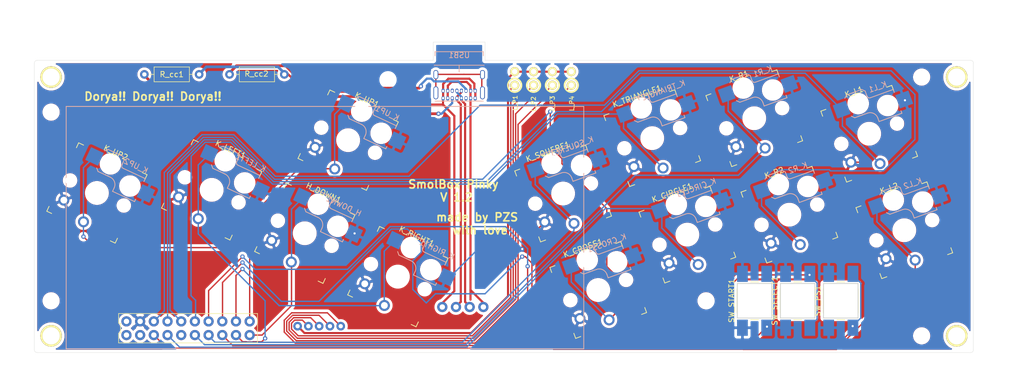
<source format=kicad_pcb>
(kicad_pcb (version 20171130) (host pcbnew "(5.1.9)-1")
  (layers (0 F.Cu signal) (31 B.Cu signal) (34 B.Paste user hide) (35 F.Paste user hide) (36 B.SilkS user) (37 F.SilkS user) (38 B.Mask user) (39 F.Mask user) (44 Edge.Cuts user))
  (net 0 "")
  (net 1 "Net-(BR1-Pad19)")
  (net 2 "Net-(BR1-Pad20)")
  (net 3 "Net-(BR1-Pad17)")
  (net 4 "Net-(BR1-Pad18)")
  (net 5 "Net-(BR1-Pad15)")
  (net 6 "Net-(BR1-Pad16)")
  (net 7 "Net-(BR1-Pad13)")
  (net 8 "Net-(BR1-Pad14)")
  (net 9 "Net-(BR1-Pad11)")
  (net 10 "Net-(BR1-Pad12)")
  (net 11 "Net-(BR1-Pad9)")
  (net 12 "Net-(BR1-Pad10)")
  (net 13 "Net-(BR1-Pad7)")
  (net 14 "Net-(BR1-Pad8)")
  (net 15 "Net-(BR1-Pad5)")
  (net 16 "Net-(BR1-Pad6)")
  (net 17 "Net-(BR1-Pad3)")
  (net 18 "Net-(BR1-Pad4)")
  (net 19 "Net-(BR1-Pad1)")
  (net 20 "Net-(BR1-Pad2)")
  (net 21 "Net-(BR1-Pad24)")
  (net 22 "Net-(BR1-Pad23)")
  (net 23 "Net-(BR1-Pad22)")
  (net 24 "Net-(BR1-Pad21)")
  (net 25 "Net-(BR1-Pad26)")
  (net 26 "Net-(BR1-Pad27)")
  (net 27 "Net-(BR1-Pad25)")
  (net 28 "Net-(R_cc1-Pad1)")
  (net 29 "Net-(R_cc2-Pad1)")
  (net 30 "Net-(USB1-PadA8)")
  (net 31 "Net-(USB1-PadB8)")
  (net 32 "Net-(USB1-PadS1)")
  (net 33 /USB_D-)
  (net 34 /USB_D+)
  (module arcade:SW_PUSH_6mm_hole (layer F.Cu) (at 172.75 146.25 90)
    (fp_text reference SW_PS1 (at 3.25 -2 90) (layer F.SilkS))
    (fp_text value SW_PUSH)
    (pad 1 smd rect (at 8.25 0 180) (size 2 3) (layers B.Cu B.Paste B.Mask) (net 3 "Net-(BR1-Pad17)"))
    (pad 2 smd rect (at 8.25 4.5 180) (size 2 3) (layers B.Cu B.Paste B.Mask) (net 16 "Net-(BR1-Pad6)"))
    (pad 1 smd rect (at -1.75 0 180) (size 2 3) (layers B.Cu B.Paste B.Mask) (net 3 "Net-(BR1-Pad17)"))
    (pad 2 smd rect (at -1.75 4.5 180) (size 2 3) (layers B.Cu B.Paste B.Mask) (net 16 "Net-(BR1-Pad6)"))
  )
  (module arcade:SW_PUSH_6mm_hole (layer F.Cu) (at 164.75 146.25 90)
    (fp_text reference SW_SELECT1 (at 3.25 -2 90) (layer F.SilkS))
    (fp_text value SW_PUSH)
    (pad 1 smd rect (at 8.25 0 180) (size 2 3) (layers B.Cu B.Paste B.Mask) (net 3 "Net-(BR1-Pad17)"))
    (pad 2 smd rect (at 8.25 4.5 180) (size 2 3) (layers B.Cu B.Paste B.Mask) (net 15 "Net-(BR1-Pad5)"))
    (pad 1 smd rect (at -1.75 0 180) (size 2 3) (layers B.Cu B.Paste B.Mask) (net 3 "Net-(BR1-Pad17)"))
    (pad 2 smd rect (at -1.75 4.5 180) (size 2 3) (layers B.Cu B.Paste B.Mask) (net 15 "Net-(BR1-Pad5)"))
  )
  (module arcade:SW_PUSH_6mm_hole (layer F.Cu) (at 156.75 146.25 90)
    (fp_text reference SW_START1 (at 3.25 -2 90) (layer F.SilkS))
    (fp_text value SW_PUSH)
    (pad 1 smd rect (at 8.25 0 180) (size 2 3) (layers B.Cu B.Paste B.Mask) (net 3 "Net-(BR1-Pad17)"))
    (pad 2 smd rect (at 8.25 4.5 180) (size 2 3) (layers B.Cu B.Paste B.Mask) (net 13 "Net-(BR1-Pad7)"))
    (pad 1 smd rect (at -1.75 0 180) (size 2 3) (layers B.Cu B.Paste B.Mask) (net 3 "Net-(BR1-Pad17)"))
    (pad 2 smd rect (at -1.75 4.5 180) (size 2 3) (layers B.Cu B.Paste B.Mask) (net 13 "Net-(BR1-Pad7)"))
  )
  (module MountingHole:MountingHole_2.2mm_M2 (layer F.Cu) (at 91 102)
    (fp_text reference REF** hide)
    (fp_text value MountingHole_2.2mm_M2 hide)
    (pad 1 np_thru_hole circle (at 0 0) (size 2.2 2.2) (drill 2.2) (layers *.Cu *.Mask))
  )
  (module arcade:4085 (layer B.Cu) (at 104.2 99.3)
    (fp_text reference USB1 (at 0 -1.85) (layer B.SilkS) (effects (justify mirror)))
    (fp_text value USB_C_Receptacle_USB2.0)
    (pad S1 thru_hole oval (at 4.325 1.74) (size 0.9 1.7) (drill oval 0.6 1.4) (layers *.Cu *.Mask) (net 32 "Net-(USB1-PadS1)"))
    (pad S1 thru_hole oval (at -4.325 1.74) (size 0.9 1.7) (drill oval 0.6 1.4) (layers *.Cu *.Mask) (net 32 "Net-(USB1-PadS1)"))
    (pad S1 thru_hole oval (at 4.325 5.12) (size 0.9 2.4) (drill oval 0.6 2.1) (layers *.Cu *.Mask) (net 32 "Net-(USB1-PadS1)"))
    (pad S1 thru_hole oval (at -4.325 5.12) (size 0.9 2.4) (drill oval 0.6 2.1) (layers *.Cu *.Mask) (net 32 "Net-(USB1-PadS1)"))
    (pad B1 thru_hole oval (at 2.975 4.775) (size 0.575 0.8) (drill 0.4 (offset 0 -0.05)) (layers *.Cu *.Mask) (net 26 "Net-(BR1-Pad27)"))
    (pad B4 thru_hole oval (at 2.125 4.775) (size 0.575 0.8) (drill 0.4 (offset 0 -0.05)) (layers *.Cu *.Mask) (net 25 "Net-(BR1-Pad26)"))
    (pad B5 thru_hole oval (at 1.275 4.775) (size 0.575 0.8) (drill 0.4 (offset 0 -0.05)) (layers *.Cu *.Mask) (net 29 "Net-(R_cc2-Pad1)"))
    (pad B6 thru_hole oval (at 0.425 4.775) (size 0.575 0.8) (drill 0.4 (offset 0 -0.05)) (layers *.Cu *.Mask) (net 34 /USB_D+))
    (pad B7 thru_hole oval (at -0.425 4.775) (size 0.575 0.8) (drill 0.4 (offset 0 -0.05)) (layers *.Cu *.Mask) (net 33 /USB_D-))
    (pad B8 thru_hole oval (at -1.275 4.775) (size 0.575 0.8) (drill 0.4 (offset 0 -0.05)) (layers *.Cu *.Mask) (net 31 "Net-(USB1-PadB8)"))
    (pad B9 thru_hole oval (at -2.125 4.775) (size 0.575 0.8) (drill 0.4 (offset 0 -0.05)) (layers *.Cu *.Mask) (net 25 "Net-(BR1-Pad26)"))
    (pad B12 thru_hole oval (at -2.975 4.775) (size 0.575 0.8) (drill 0.4 (offset 0 -0.05)) (layers *.Cu *.Mask) (net 26 "Net-(BR1-Pad27)"))
    (pad A12 thru_hole oval (at 2.975 6.1) (size 0.575 0.8) (drill 0.4 (offset 0 0.05)) (layers *.Cu *.Mask) (net 26 "Net-(BR1-Pad27)"))
    (pad A9 thru_hole oval (at 2.125 6.1) (size 0.575 0.8) (drill 0.4 (offset 0 0.05)) (layers *.Cu *.Mask) (net 25 "Net-(BR1-Pad26)"))
    (pad A8 thru_hole oval (at 1.275 6.1) (size 0.575 0.8) (drill 0.4 (offset 0 0.05)) (layers *.Cu *.Mask) (net 30 "Net-(USB1-PadA8)"))
    (pad A7 thru_hole oval (at 0.425 6.1) (size 0.575 0.8) (drill 0.4 (offset 0 0.05)) (layers *.Cu *.Mask) (net 33 /USB_D-))
    (pad A6 thru_hole oval (at -0.425 6.1) (size 0.575 0.8) (drill 0.4 (offset 0 0.05)) (layers *.Cu *.Mask) (net 34 /USB_D+))
    (pad A4 thru_hole oval (at -2.125 6.1) (size 0.575 0.8) (drill 0.4 (offset 0 0.05)) (layers *.Cu *.Mask) (net 25 "Net-(BR1-Pad26)"))
    (pad A1 thru_hole oval (at -2.975 6.1) (size 0.575 0.8) (drill 0.4 (offset 0 0.05)) (layers *.Cu *.Mask) (net 26 "Net-(BR1-Pad27)"))
    (pad A5 thru_hole oval (at -1.275 6.1) (size 0.575 0.8) (drill 0.4 (offset 0 0.05)) (layers *.Cu *.Mask) (net 28 "Net-(R_cc1-Pad1)"))
  )
  (module arcade:Brooks (layer F.Cu) (at 31.3 151.9)
    (fp_text reference BR1 hide)
    (fp_text value DIP1)
    (pad 19 thru_hole circle (at 11.176 -5.08) (size 1.9 1.9) (drill 1) (layers *.Cu *.Mask) (net 1 "Net-(BR1-Pad19)"))
    (pad 20 thru_hole circle (at 11.176 -2.54) (size 1.9 1.9) (drill 1) (layers *.Cu *.Mask) (net 2 "Net-(BR1-Pad20)"))
    (pad 17 thru_hole circle (at 13.716 -5.08) (size 1.9 1.9) (drill 1) (layers *.Cu *.Mask) (net 3 "Net-(BR1-Pad17)"))
    (pad 18 thru_hole circle (at 13.716 -2.54) (size 1.9 1.9) (drill 1) (layers *.Cu *.Mask) (net 4 "Net-(BR1-Pad18)"))
    (pad 15 thru_hole circle (at 16.256 -5.08) (size 1.9 1.9) (drill 1) (layers *.Cu *.Mask) (net 5 "Net-(BR1-Pad15)"))
    (pad 16 thru_hole circle (at 16.256 -2.54) (size 1.9 1.9) (drill 1) (layers *.Cu *.Mask) (net 6 "Net-(BR1-Pad16)"))
    (pad 13 thru_hole circle (at 18.796 -5.08) (size 1.9 1.9) (drill 1) (layers *.Cu *.Mask) (net 7 "Net-(BR1-Pad13)"))
    (pad 14 thru_hole circle (at 18.796 -2.54) (size 1.9 1.9) (drill 1) (layers *.Cu *.Mask) (net 8 "Net-(BR1-Pad14)"))
    (pad 11 thru_hole circle (at 21.336 -5.08) (size 1.9 1.9) (drill 1) (layers *.Cu *.Mask) (net 9 "Net-(BR1-Pad11)"))
    (pad 12 thru_hole circle (at 21.336 -2.54) (size 1.9 1.9) (drill 1) (layers *.Cu *.Mask) (net 10 "Net-(BR1-Pad12)"))
    (pad 9 thru_hole circle (at 23.876 -5.08) (size 1.9 1.9) (drill 1) (layers *.Cu *.Mask) (net 11 "Net-(BR1-Pad9)"))
    (pad 10 thru_hole circle (at 23.876 -2.54) (size 1.9 1.9) (drill 1) (layers *.Cu *.Mask) (net 12 "Net-(BR1-Pad10)"))
    (pad 7 thru_hole circle (at 26.416 -5.08) (size 1.9 1.9) (drill 1) (layers *.Cu *.Mask) (net 13 "Net-(BR1-Pad7)"))
    (pad 8 thru_hole circle (at 26.416 -2.54) (size 1.9 1.9) (drill 1) (layers *.Cu *.Mask) (net 14 "Net-(BR1-Pad8)"))
    (pad 5 thru_hole circle (at 28.956 -5.08) (size 1.9 1.9) (drill 1) (layers *.Cu *.Mask) (net 15 "Net-(BR1-Pad5)"))
    (pad 6 thru_hole circle (at 28.956 -2.54) (size 1.9 1.9) (drill 1) (layers *.Cu *.Mask) (net 16 "Net-(BR1-Pad6)"))
    (pad 3 thru_hole circle (at 31.496 -5.08) (size 1.9 1.9) (drill 1) (layers *.Cu *.Mask) (net 17 "Net-(BR1-Pad3)"))
    (pad 4 thru_hole circle (at 31.496 -2.54) (size 1.9 1.9) (drill 1) (layers *.Cu *.Mask) (net 18 "Net-(BR1-Pad4)"))
    (pad 1 thru_hole circle (at 34.036 -5.08) (size 1.9 1.9) (drill 1) (layers *.Cu *.Mask) (net 19 "Net-(BR1-Pad1)"))
    (pad 2 thru_hole circle (at 34.036 -2.54) (size 1.9 1.9) (drill 1) (layers *.Cu *.Mask) (net 20 "Net-(BR1-Pad2)"))
    (pad 24 thru_hole circle (at 48.926 -4.191) (size 1.6 1.6) (drill 0.8) (layers *.Cu *.Mask) (net 21 "Net-(BR1-Pad24)"))
    (pad 23 thru_hole circle (at 46.926 -4.191) (size 1.6 1.6) (drill 0.8) (layers *.Cu *.Mask) (net 22 "Net-(BR1-Pad23)"))
    (pad 22 thru_hole circle (at 44.926 -4.191) (size 1.6 1.6) (drill 0.8) (layers *.Cu *.Mask) (net 23 "Net-(BR1-Pad22)"))
    (pad 21 thru_hole circle (at 42.926 -4.191) (size 1.6 1.6) (drill 0.8) (layers *.Cu *.Mask) (net 24 "Net-(BR1-Pad21)"))
    (pad 27 thru_hole circle (at 69.7698 -7.747) (size 1.9 1.9) (drill 1) (layers *.Cu *.Mask) (net 26 "Net-(BR1-Pad27)"))
    (pad 28 thru_hole circle (at 72.3098 -7.747) (size 1.9 1.9) (drill 1) (layers *.Cu *.Mask) (net 34 /USB_D+))
    (pad 29 thru_hole circle (at 74.8498 -7.747) (size 1.9 1.9) (drill 1) (layers *.Cu *.Mask) (net 33 /USB_D-))
    (pad 26 thru_hole circle (at 77.3898 -7.747) (size 1.9 1.9) (drill 1) (layers *.Cu *.Mask) (net 25 "Net-(BR1-Pad26)"))
    (pad 25 thru_hole circle (at 50.926 -4.191) (size 1.6 1.6) (drill 0.8) (layers *.Cu *.Mask) (net 27 "Net-(BR1-Pad25)"))
  )
  (module MountingHole:MountingHole_2.2mm_M2 (layer F.Cu) (at 150 143)
    (fp_text reference REF** hide)
    (fp_text value MountingHole_2.2mm_M2 hide)
    (pad 1 np_thru_hole circle (at 0 0) (size 2.2 2.2) (drill 2.2) (layers *.Cu *.Mask))
  )
  (module MountingHole:MountingHole_2.2mm_M2 (layer F.Cu) (at 190 101.5)
    (fp_text reference REF** hide)
    (fp_text value MountingHole_2.2mm_M2)
    (pad 1 np_thru_hole circle (at 0 0) (size 2.2 2.2) (drill 2.2) (layers *.Cu *.Mask))
  )
  (module MountingHole:MountingHole_2.2mm_M2 (layer F.Cu) (at 190 149.5)
    (fp_text reference REF** hide)
    (fp_text value MountingHole_2.2mm_M2)
    (pad "" np_thru_hole circle (at 0 0) (size 2.2 2.2) (drill 2.2) (layers *.Cu *.Mask))
  )
  (module MountingHole:MountingHole_2.2mm_M2 (layer F.Cu) (at 28.5 108)
    (fp_text reference REF** hide)
    (fp_text value MountingHole_2.2mm_M2)
    (pad 1 np_thru_hole circle (at 0 0) (size 2.2 2.2) (drill 2.2) (layers *.Cu *.Mask))
  )
  (module MountingHole:MountingHole_2.2mm_M2 (layer F.Cu) (at 28.5 143)
    (fp_text reference REF** hide)
    (fp_text value MountingHole_2.2mm_M2)
    (pad 1 np_thru_hole circle (at 0 0) (size 2.2 2.2) (drill 2.2) (layers *.Cu *.Mask))
  )
  (module keyboard_parts:HOLE_M3 (layer F.Cu) (at 196.5 149.5)
    (fp_text reference HOLE_M3 hide)
    (fp_text value H1 hide)
    (pad 1 thru_hole circle (at 0 0) (size 4 4) (drill 3.2) (layers *.Cu *.Mask F.SilkS))
  )
  (module keyboard_parts:HOLE_M3 (layer F.Cu) (at 196.5 101.5)
    (fp_text reference HOLE_M3 hide)
    (fp_text value H1 hide)
    (pad 1 thru_hole circle (at 0 0) (size 4 4) (drill 3.2) (layers *.Cu *.Mask F.SilkS))
  )
  (module keyboard_parts:HOLE_M3 (layer F.Cu) (at 28.5 101.5)
    (fp_text reference HOLE_M3 hide)
    (fp_text value H1 hide)
    (pad 1 thru_hole circle (at 0 0) (size 4 4) (drill 3.2) (layers *.Cu *.Mask F.SilkS))
  )
  (module keyboard_parts:HOLE_M3 (layer F.Cu) (at 28.5 149.5)
    (fp_text reference HOLE_M3 hide)
    (fp_text value H1 hide)
    (pad 1 thru_hole circle (at 0 0) (size 4 4) (drill 3.2) (layers *.Cu *.Mask F.SilkS))
  )
  (module keyswitches:Kailh_socket_PG1350_optional (layer F.Cu) (at 75.555766 130.469174 335)
    (fp_text reference H_DOWN1 (at 0 -8.255 155) (layer F.SilkS))
    (fp_text value KEYSW)
    (fp_text user %R (at 4.445 -7.62 155) (layer B.SilkS) (effects (justify mirror)))
    (pad "" np_thru_hole circle (at -5.5 0 335) (size 1.7018 1.7018) (drill 1.7018) (layers *.Cu *.Mask))
    (pad "" np_thru_hole circle (at 5.5 0 335) (size 1.7018 1.7018) (drill 1.7018) (layers *.Cu *.Mask))
    (pad 1 smd rect (at -3.275 -5.95 335) (size 2.6 2.6) (layers B.Cu B.Paste B.Mask) (net 20 "Net-(BR1-Pad2)"))
    (pad "" np_thru_hole circle (at 5 -3.75 335) (size 3 3) (drill 3) (layers *.Cu *.Mask))
    (pad "" np_thru_hole circle (at 0 0 335) (size 3.429 3.429) (drill 3.429) (layers *.Cu *.Mask))
    (pad 2 thru_hole circle (at -5 3.8 335) (size 2.032 2.032) (drill 1.27) (layers *.Cu *.Mask) (net 3 "Net-(BR1-Pad17)"))
    (pad 1 thru_hole circle (at 0 5.9 335) (size 2.032 2.032) (drill 1.27) (layers *.Cu *.Mask) (net 20 "Net-(BR1-Pad2)"))
    (pad "" np_thru_hole circle (at 0 -5.95 335) (size 3 3) (drill 3) (layers *.Cu *.Mask))
    (pad 2 smd rect (at 8.275 -3.75 335) (size 2.6 2.6) (layers B.Cu B.Paste B.Mask) (net 3 "Net-(BR1-Pad17)"))
  )
  (module keyswitches:Kailh_socket_PG1350_optional (layer F.Cu) (at 146.533064 130.725746 20)
    (fp_text reference K_CIRCLE1 (at 0 -8.255 20) (layer F.SilkS))
    (fp_text value KEYSW)
    (fp_text user %R (at 4.445 -7.62 20) (layer B.SilkS) (effects (justify mirror)))
    (pad "" np_thru_hole circle (at -5.5 0 20) (size 1.7018 1.7018) (drill 1.7018) (layers *.Cu *.Mask))
    (pad "" np_thru_hole circle (at 5.5 0 20) (size 1.7018 1.7018) (drill 1.7018) (layers *.Cu *.Mask))
    (pad 1 smd rect (at -3.275 -5.95 20) (size 2.6 2.6) (layers B.Cu B.Paste B.Mask) (net 8 "Net-(BR1-Pad14)"))
    (pad "" np_thru_hole circle (at 5 -3.75 20) (size 3 3) (drill 3) (layers *.Cu *.Mask))
    (pad "" np_thru_hole circle (at 0 0 20) (size 3.429 3.429) (drill 3.429) (layers *.Cu *.Mask))
    (pad 2 thru_hole circle (at -5 3.8 20) (size 2.032 2.032) (drill 1.27) (layers *.Cu *.Mask) (net 3 "Net-(BR1-Pad17)"))
    (pad 1 thru_hole circle (at 0 5.9 20) (size 2.032 2.032) (drill 1.27) (layers *.Cu *.Mask) (net 8 "Net-(BR1-Pad14)"))
    (pad "" np_thru_hole circle (at 0 -5.95 20) (size 3 3) (drill 3) (layers *.Cu *.Mask))
    (pad 2 smd rect (at 8.275 -3.75 20) (size 2.6 2.6) (layers B.Cu B.Paste B.Mask) (net 3 "Net-(BR1-Pad17)"))
  )
  (module keyswitches:Kailh_socket_PG1350_optional (layer F.Cu) (at 180.266131 112.009638 20)
    (fp_text reference K_L1 (at 0 -8.255 20) (layer F.SilkS))
    (fp_text value KEYSW)
    (fp_text user %R (at 4.445 -7.62 20) (layer B.SilkS) (effects (justify mirror)))
    (pad "" np_thru_hole circle (at -5.5 0 20) (size 1.7018 1.7018) (drill 1.7018) (layers *.Cu *.Mask))
    (pad "" np_thru_hole circle (at 5.5 0 20) (size 1.7018 1.7018) (drill 1.7018) (layers *.Cu *.Mask))
    (pad 1 smd rect (at -3.275 -5.95 20) (size 2.6 2.6) (layers B.Cu B.Paste B.Mask) (net 9 "Net-(BR1-Pad11)"))
    (pad "" np_thru_hole circle (at 5 -3.75 20) (size 3 3) (drill 3) (layers *.Cu *.Mask))
    (pad "" np_thru_hole circle (at 0 0 20) (size 3.429 3.429) (drill 3.429) (layers *.Cu *.Mask))
    (pad 2 thru_hole circle (at -5 3.8 20) (size 2.032 2.032) (drill 1.27) (layers *.Cu *.Mask) (net 3 "Net-(BR1-Pad17)"))
    (pad 1 thru_hole circle (at 0 5.9 20) (size 2.032 2.032) (drill 1.27) (layers *.Cu *.Mask) (net 9 "Net-(BR1-Pad11)"))
    (pad "" np_thru_hole circle (at 0 -5.95 20) (size 3 3) (drill 3) (layers *.Cu *.Mask))
    (pad 2 smd rect (at 8.275 -3.75 20) (size 2.6 2.6) (layers B.Cu B.Paste B.Mask) (net 3 "Net-(BR1-Pad17)"))
  )
  (module keyswitches:Kailh_socket_PG1350_optional (layer F.Cu) (at 186.781615 129.910782 20)
    (fp_text reference K_L2 (at 0 -8.255 20) (layer F.SilkS))
    (fp_text value KEYSW)
    (fp_text user %R (at 4.445 -7.62 20) (layer B.SilkS) (effects (justify mirror)))
    (pad "" np_thru_hole circle (at -5.5 0 20) (size 1.7018 1.7018) (drill 1.7018) (layers *.Cu *.Mask))
    (pad "" np_thru_hole circle (at 5.5 0 20) (size 1.7018 1.7018) (drill 1.7018) (layers *.Cu *.Mask))
    (pad 1 smd rect (at -3.275 -5.95 20) (size 2.6 2.6) (layers B.Cu B.Paste B.Mask) (net 6 "Net-(BR1-Pad16)"))
    (pad "" np_thru_hole circle (at 5 -3.75 20) (size 3 3) (drill 3) (layers *.Cu *.Mask))
    (pad "" np_thru_hole circle (at 0 0 20) (size 3.429 3.429) (drill 3.429) (layers *.Cu *.Mask))
    (pad 2 thru_hole circle (at -5 3.8 20) (size 2.032 2.032) (drill 1.27) (layers *.Cu *.Mask) (net 3 "Net-(BR1-Pad17)"))
    (pad 1 thru_hole circle (at 0 5.9 20) (size 2.032 2.032) (drill 1.27) (layers *.Cu *.Mask) (net 6 "Net-(BR1-Pad16)"))
    (pad "" np_thru_hole circle (at 0 -5.95 20) (size 3 3) (drill 3) (layers *.Cu *.Mask))
    (pad 2 smd rect (at 8.275 -3.75 20) (size 2.6 2.6) (layers B.Cu B.Paste B.Mask) (net 3 "Net-(BR1-Pad17)"))
  )
  (module keyswitches:Kailh_socket_PG1350_optional (layer F.Cu) (at 58.290602 122.418296 335)
    (fp_text reference K_LEFT1 (at 0 -8.255 155) (layer F.SilkS))
    (fp_text value KEYSW)
    (fp_text user %R (at 4.445 -7.62 155) (layer B.SilkS) (effects (justify mirror)))
    (pad "" np_thru_hole circle (at -5.5 0 335) (size 1.7018 1.7018) (drill 1.7018) (layers *.Cu *.Mask))
    (pad "" np_thru_hole circle (at 5.5 0 335) (size 1.7018 1.7018) (drill 1.7018) (layers *.Cu *.Mask))
    (pad 1 smd rect (at -3.275 -5.95 335) (size 2.6 2.6) (layers B.Cu B.Paste B.Mask) (net 18 "Net-(BR1-Pad4)"))
    (pad "" np_thru_hole circle (at 5 -3.75 335) (size 3 3) (drill 3) (layers *.Cu *.Mask))
    (pad "" np_thru_hole circle (at 0 0 335) (size 3.429 3.429) (drill 3.429) (layers *.Cu *.Mask))
    (pad 2 thru_hole circle (at -5 3.8 335) (size 2.032 2.032) (drill 1.27) (layers *.Cu *.Mask) (net 3 "Net-(BR1-Pad17)"))
    (pad 1 thru_hole circle (at 0 5.9 335) (size 2.032 2.032) (drill 1.27) (layers *.Cu *.Mask) (net 18 "Net-(BR1-Pad4)"))
    (pad "" np_thru_hole circle (at 0 -5.95 335) (size 3 3) (drill 3) (layers *.Cu *.Mask))
    (pad 2 smd rect (at 8.275 -3.75 335) (size 2.6 2.6) (layers B.Cu B.Paste B.Mask) (net 3 "Net-(BR1-Pad17)"))
  )
  (module keyswitches:Kailh_socket_PG1350_optional (layer F.Cu) (at 158.944785 109.128195 20)
    (fp_text reference K_R1 (at 0 -8.255 20) (layer F.SilkS))
    (fp_text value KEYSW)
    (fp_text user %R (at 4.445 -7.62 20) (layer B.SilkS) (effects (justify mirror)))
    (pad "" np_thru_hole circle (at -5.5 0 20) (size 1.7018 1.7018) (drill 1.7018) (layers *.Cu *.Mask))
    (pad "" np_thru_hole circle (at 5.5 0 20) (size 1.7018 1.7018) (drill 1.7018) (layers *.Cu *.Mask))
    (pad 1 smd rect (at -3.275 -5.95 20) (size 2.6 2.6) (layers B.Cu B.Paste B.Mask) (net 12 "Net-(BR1-Pad10)"))
    (pad "" np_thru_hole circle (at 5 -3.75 20) (size 3 3) (drill 3) (layers *.Cu *.Mask))
    (pad "" np_thru_hole circle (at 0 0 20) (size 3.429 3.429) (drill 3.429) (layers *.Cu *.Mask))
    (pad 2 thru_hole circle (at -5 3.8 20) (size 2.032 2.032) (drill 1.27) (layers *.Cu *.Mask) (net 3 "Net-(BR1-Pad17)"))
    (pad 1 thru_hole circle (at 0 5.9 20) (size 2.032 2.032) (drill 1.27) (layers *.Cu *.Mask) (net 12 "Net-(BR1-Pad10)"))
    (pad "" np_thru_hole circle (at 0 -5.95 20) (size 3 3) (drill 3) (layers *.Cu *.Mask))
    (pad 2 smd rect (at 8.275 -3.75 20) (size 2.6 2.6) (layers B.Cu B.Paste B.Mask) (net 3 "Net-(BR1-Pad17)"))
  )
  (module keyswitches:Kailh_socket_PG1350_optional (layer F.Cu) (at 165.460269 127.02934 20)
    (fp_text reference K_R2 (at 0 -8.255 20) (layer F.SilkS))
    (fp_text value KEYSW)
    (fp_text user %R (at 4.445 -7.62 20) (layer B.SilkS) (effects (justify mirror)))
    (pad "" np_thru_hole circle (at -5.5 0 20) (size 1.7018 1.7018) (drill 1.7018) (layers *.Cu *.Mask))
    (pad "" np_thru_hole circle (at 5.5 0 20) (size 1.7018 1.7018) (drill 1.7018) (layers *.Cu *.Mask))
    (pad 1 smd rect (at -3.275 -5.95 20) (size 2.6 2.6) (layers B.Cu B.Paste B.Mask) (net 5 "Net-(BR1-Pad15)"))
    (pad "" np_thru_hole circle (at 5 -3.75 20) (size 3 3) (drill 3) (layers *.Cu *.Mask))
    (pad "" np_thru_hole circle (at 0 0 20) (size 3.429 3.429) (drill 3.429) (layers *.Cu *.Mask))
    (pad 2 thru_hole circle (at -5 3.8 20) (size 2.032 2.032) (drill 1.27) (layers *.Cu *.Mask) (net 3 "Net-(BR1-Pad17)"))
    (pad 1 thru_hole circle (at 0 5.9 20) (size 2.032 2.032) (drill 1.27) (layers *.Cu *.Mask) (net 5 "Net-(BR1-Pad15)"))
    (pad "" np_thru_hole circle (at 0 -5.95 20) (size 3 3) (drill 3) (layers *.Cu *.Mask))
    (pad 2 smd rect (at 8.275 -3.75 20) (size 2.6 2.6) (layers B.Cu B.Paste B.Mask) (net 3 "Net-(BR1-Pad17)"))
  )
  (module keyswitches:Kailh_socket_PG1350_optional (layer F.Cu) (at 92.820929 138.520052 335)
    (fp_text reference K_RIGHT1 (at 0 -8.255 155) (layer F.SilkS))
    (fp_text value KEYSW)
    (fp_text user %R (at 4.445 -7.62 155) (layer B.SilkS) (effects (justify mirror)))
    (pad "" np_thru_hole circle (at -5.5 0 335) (size 1.7018 1.7018) (drill 1.7018) (layers *.Cu *.Mask))
    (pad "" np_thru_hole circle (at 5.5 0 335) (size 1.7018 1.7018) (drill 1.7018) (layers *.Cu *.Mask))
    (pad 1 smd rect (at -3.275 -5.95 335) (size 2.6 2.6) (layers B.Cu B.Paste B.Mask) (net 17 "Net-(BR1-Pad3)"))
    (pad "" np_thru_hole circle (at 5 -3.75 335) (size 3 3) (drill 3) (layers *.Cu *.Mask))
    (pad "" np_thru_hole circle (at 0 0 335) (size 3.429 3.429) (drill 3.429) (layers *.Cu *.Mask))
    (pad 2 thru_hole circle (at -5 3.8 335) (size 2.032 2.032) (drill 1.27) (layers *.Cu *.Mask) (net 3 "Net-(BR1-Pad17)"))
    (pad 1 thru_hole circle (at 0 5.9 335) (size 2.032 2.032) (drill 1.27) (layers *.Cu *.Mask) (net 17 "Net-(BR1-Pad3)"))
    (pad "" np_thru_hole circle (at 0 -5.95 335) (size 3 3) (drill 3) (layers *.Cu *.Mask))
    (pad 2 smd rect (at 8.275 -3.75 335) (size 2.6 2.6) (layers B.Cu B.Paste B.Mask) (net 3 "Net-(BR1-Pad17)"))
  )
  (module keyswitches:Kailh_socket_PG1350_optional (layer F.Cu) (at 123.484516 123.098856 20)
    (fp_text reference K_SQUERE1 (at 0 -8.255 20) (layer F.SilkS))
    (fp_text value KEYSW)
    (fp_text user %R (at 4.445 -7.62 20) (layer B.SilkS) (effects (justify mirror)))
    (pad "" np_thru_hole circle (at -5.5 0 20) (size 1.7018 1.7018) (drill 1.7018) (layers *.Cu *.Mask))
    (pad "" np_thru_hole circle (at 5.5 0 20) (size 1.7018 1.7018) (drill 1.7018) (layers *.Cu *.Mask))
    (pad 1 smd rect (at -3.275 -5.95 20) (size 2.6 2.6) (layers B.Cu B.Paste B.Mask) (net 14 "Net-(BR1-Pad8)"))
    (pad "" np_thru_hole circle (at 5 -3.75 20) (size 3 3) (drill 3) (layers *.Cu *.Mask))
    (pad "" np_thru_hole circle (at 0 0 20) (size 3.429 3.429) (drill 3.429) (layers *.Cu *.Mask))
    (pad 2 thru_hole circle (at -5 3.8 20) (size 2.032 2.032) (drill 1.27) (layers *.Cu *.Mask) (net 3 "Net-(BR1-Pad17)"))
    (pad 1 thru_hole circle (at 0 5.9 20) (size 2.032 2.032) (drill 1.27) (layers *.Cu *.Mask) (net 14 "Net-(BR1-Pad8)"))
    (pad "" np_thru_hole circle (at 0 -5.95 20) (size 3 3) (drill 3) (layers *.Cu *.Mask))
    (pad 2 smd rect (at 8.275 -3.75 20) (size 2.6 2.6) (layers B.Cu B.Paste B.Mask) (net 3 "Net-(BR1-Pad17)"))
  )
  (module keyswitches:Kailh_socket_PG1350_optional (layer F.Cu) (at 140.01758 112.824601 20)
    (fp_text reference K_TRIANGLE1 (at 0 -8.255 20) (layer F.SilkS))
    (fp_text value KEYSW)
    (fp_text user %R (at 4.445 -7.62 20) (layer B.SilkS) (effects (justify mirror)))
    (pad "" np_thru_hole circle (at -5.5 0 20) (size 1.7018 1.7018) (drill 1.7018) (layers *.Cu *.Mask))
    (pad "" np_thru_hole circle (at 5.5 0 20) (size 1.7018 1.7018) (drill 1.7018) (layers *.Cu *.Mask))
    (pad 1 smd rect (at -3.275 -5.95 20) (size 2.6 2.6) (layers B.Cu B.Paste B.Mask) (net 11 "Net-(BR1-Pad9)"))
    (pad "" np_thru_hole circle (at 5 -3.75 20) (size 3 3) (drill 3) (layers *.Cu *.Mask))
    (pad "" np_thru_hole circle (at 0 0 20) (size 3.429 3.429) (drill 3.429) (layers *.Cu *.Mask))
    (pad 2 thru_hole circle (at -5 3.8 20) (size 2.032 2.032) (drill 1.27) (layers *.Cu *.Mask) (net 3 "Net-(BR1-Pad17)"))
    (pad 1 thru_hole circle (at 0 5.9 20) (size 2.032 2.032) (drill 1.27) (layers *.Cu *.Mask) (net 11 "Net-(BR1-Pad9)"))
    (pad "" np_thru_hole circle (at 0 -5.95 20) (size 3 3) (drill 3) (layers *.Cu *.Mask))
    (pad 2 smd rect (at 8.275 -3.75 20) (size 2.6 2.6) (layers B.Cu B.Paste B.Mask) (net 3 "Net-(BR1-Pad17)"))
  )
  (module keyswitches:Kailh_socket_PG1350_optional (layer F.Cu) (at 83.606644 113.204011 335)
    (fp_text reference K_UP1 (at 0 -8.255 155) (layer F.SilkS))
    (fp_text value KEYSW)
    (fp_text user %R (at 4.445 -7.62 155) (layer B.SilkS) (effects (justify mirror)))
    (pad "" np_thru_hole circle (at -5.5 0 335) (size 1.7018 1.7018) (drill 1.7018) (layers *.Cu *.Mask))
    (pad "" np_thru_hole circle (at 5.5 0 335) (size 1.7018 1.7018) (drill 1.7018) (layers *.Cu *.Mask))
    (pad 1 smd rect (at -3.275 -5.95 335) (size 2.6 2.6) (layers B.Cu B.Paste B.Mask) (net 19 "Net-(BR1-Pad1)"))
    (pad "" np_thru_hole circle (at 5 -3.75 335) (size 3 3) (drill 3) (layers *.Cu *.Mask))
    (pad "" np_thru_hole circle (at 0 0 335) (size 3.429 3.429) (drill 3.429) (layers *.Cu *.Mask))
    (pad 2 thru_hole circle (at -5 3.8 335) (size 2.032 2.032) (drill 1.27) (layers *.Cu *.Mask) (net 3 "Net-(BR1-Pad17)"))
    (pad 1 thru_hole circle (at 0 5.9 335) (size 2.032 2.032) (drill 1.27) (layers *.Cu *.Mask) (net 19 "Net-(BR1-Pad1)"))
    (pad "" np_thru_hole circle (at 0 -5.95 335) (size 3 3) (drill 3) (layers *.Cu *.Mask))
    (pad 2 smd rect (at 8.275 -3.75 335) (size 2.6 2.6) (layers B.Cu B.Paste B.Mask) (net 3 "Net-(BR1-Pad17)"))
  )
  (module keyboard_parts:LED_TH (layer F.Cu) (at 114.5 101.75 90)
    (fp_text reference L_P1 (at -4.55 0.1 90) (layer F.SilkS) (effects (font (size 0.8 0.8))))
    (fp_text value LED hide)
    (pad 2 thru_hole circle (at 1.27 0 90) (size 1.7 1.7) (drill 1) (layers *.Cu *.Mask F.SilkS) (net 24 "Net-(BR1-Pad21)"))
    (pad 1 thru_hole circle (at -1.27 0 90) (size 1.7 1.7) (drill 1) (layers *.Cu *.Mask F.SilkS) (net 23 "Net-(BR1-Pad22)"))
  )
  (module keyboard_parts:LED_TH (layer F.Cu) (at 118 101.75 90)
    (fp_text reference L_P2 (at -4.75 0 90) (layer F.SilkS) (effects (font (size 0.8 0.8))))
    (fp_text value LED hide)
    (pad 2 thru_hole circle (at 1.27 0 90) (size 1.7 1.7) (drill 1) (layers *.Cu *.Mask F.SilkS) (net 24 "Net-(BR1-Pad21)"))
    (pad 1 thru_hole circle (at -1.27 0 90) (size 1.7 1.7) (drill 1) (layers *.Cu *.Mask F.SilkS) (net 22 "Net-(BR1-Pad23)"))
  )
  (module keyboard_parts:LED_TH (layer F.Cu) (at 121.5 101.75 90)
    (fp_text reference L_P3 (at -4.65 0 90) (layer F.SilkS) (effects (font (size 0.8 0.8))))
    (fp_text value LED hide)
    (pad 2 thru_hole circle (at 1.27 0 90) (size 1.7 1.7) (drill 1) (layers *.Cu *.Mask F.SilkS) (net 24 "Net-(BR1-Pad21)"))
    (pad 1 thru_hole circle (at -1.27 0 90) (size 1.7 1.7) (drill 1) (layers *.Cu *.Mask F.SilkS) (net 21 "Net-(BR1-Pad24)"))
  )
  (module keyboard_parts:LED_TH (layer F.Cu) (at 125 101.75 90)
    (fp_text reference L_P4 (at -4.65 0.1 90) (layer F.SilkS) (effects (font (size 0.8 0.8))))
    (fp_text value LED hide)
    (pad 2 thru_hole circle (at 1.27 0 90) (size 1.7 1.7) (drill 1) (layers *.Cu *.Mask F.SilkS) (net 24 "Net-(BR1-Pad21)"))
    (pad 1 thru_hole circle (at -1.27 0 90) (size 1.7 1.7) (drill 1) (layers *.Cu *.Mask F.SilkS) (net 27 "Net-(BR1-Pad25)"))
  )
  (module keyswitches:Kailh_socket_PG1350_optional (layer F.Cu) (at 37 123 335)
    (fp_text reference K_UP2 (at 0 -8.255 155) (layer F.SilkS))
    (fp_text value KEYSW)
    (fp_text user %R (at 4.445 -7.62 155) (layer B.SilkS) (effects (justify mirror)))
    (pad "" np_thru_hole circle (at -5.5 0 335) (size 1.7018 1.7018) (drill 1.7018) (layers *.Cu *.Mask))
    (pad "" np_thru_hole circle (at 5.5 0 335) (size 1.7018 1.7018) (drill 1.7018) (layers *.Cu *.Mask))
    (pad 1 smd rect (at -3.275 -5.95 335) (size 2.6 2.6) (layers B.Cu B.Paste B.Mask) (net 19 "Net-(BR1-Pad1)"))
    (pad "" np_thru_hole circle (at 5 -3.75 335) (size 3 3) (drill 3) (layers *.Cu *.Mask))
    (pad "" np_thru_hole circle (at 0 0 335) (size 3.429 3.429) (drill 3.429) (layers *.Cu *.Mask))
    (pad 2 thru_hole circle (at -5 3.8 335) (size 2.032 2.032) (drill 1.27) (layers *.Cu *.Mask) (net 3 "Net-(BR1-Pad17)"))
    (pad 1 thru_hole circle (at 0 5.9 335) (size 2.032 2.032) (drill 1.27) (layers *.Cu *.Mask) (net 19 "Net-(BR1-Pad1)"))
    (pad "" np_thru_hole circle (at 0 -5.95 335) (size 3 3) (drill 3) (layers *.Cu *.Mask))
    (pad 2 smd rect (at 8.275 -3.75 335) (size 2.6 2.6) (layers B.Cu B.Paste B.Mask) (net 3 "Net-(BR1-Pad17)"))
  )
  (module keyswitches:Kailh_socket_PG1350_optional (layer F.Cu) (at 130 141 20)
    (fp_text reference K_CROSS1 (at 0 -8.255 20) (layer F.SilkS))
    (fp_text value KEYSW)
    (fp_text user %R (at 4.445 -7.62 20) (layer B.SilkS) (effects (justify mirror)))
    (pad "" np_thru_hole circle (at -5.5 0 20) (size 1.7018 1.7018) (drill 1.7018) (layers *.Cu *.Mask))
    (pad "" np_thru_hole circle (at 5.5 0 20) (size 1.7018 1.7018) (drill 1.7018) (layers *.Cu *.Mask))
    (pad 1 smd rect (at -3.275 -5.95 20) (size 2.6 2.6) (layers B.Cu B.Paste B.Mask) (net 7 "Net-(BR1-Pad13)"))
    (pad "" np_thru_hole circle (at 5 -3.75 20) (size 3 3) (drill 3) (layers *.Cu *.Mask))
    (pad "" np_thru_hole circle (at 0 0 20) (size 3.429 3.429) (drill 3.429) (layers *.Cu *.Mask))
    (pad 2 thru_hole circle (at -5 3.8 20) (size 2.032 2.032) (drill 1.27) (layers *.Cu *.Mask) (net 3 "Net-(BR1-Pad17)"))
    (pad 1 thru_hole circle (at 0 5.9 20) (size 2.032 2.032) (drill 1.27) (layers *.Cu *.Mask) (net 7 "Net-(BR1-Pad13)"))
    (pad "" np_thru_hole circle (at 0 -5.95 20) (size 3 3) (drill 3) (layers *.Cu *.Mask))
    (pad 2 smd rect (at 8.275 -3.75 20) (size 2.6 2.6) (layers B.Cu B.Paste B.Mask) (net 3 "Net-(BR1-Pad17)"))
  )
  (module Resistor_THT:R_Axial_DIN0207_L6.3mm_D2.5mm_P10.16mm_Horizontal (layer F.Cu) (at 45.8 101)
    (fp_text reference R_cc1 (at 5.08 0) (layer F.SilkS))
    (fp_text value R)
    (pad 1 thru_hole circle (at 0 0) (size 1.6 1.6) (drill 0.8) (layers *.Cu *.Mask) (net 28 "Net-(R_cc1-Pad1)"))
    (pad 2 thru_hole oval (at 10.16 0) (size 1.6 1.6) (drill 0.8) (layers *.Cu *.Mask) (net 26 "Net-(BR1-Pad27)"))
  )
  (module Resistor_THT:R_Axial_DIN0207_L6.3mm_D2.5mm_P10.16mm_Horizontal (layer F.Cu) (at 61.6 101)
    (fp_text reference R_cc2 (at 5 -0.1) (layer F.SilkS))
    (fp_text value R)
    (pad 2 thru_hole oval (at 10.16 0) (size 1.6 1.6) (drill 0.8) (layers *.Cu *.Mask) (net 26 "Net-(BR1-Pad27)"))
    (pad 1 thru_hole circle (at 0 0) (size 1.6 1.6) (drill 0.8) (layers *.Cu *.Mask) (net 29 "Net-(R_cc2-Pad1)"))
  )
  (gr_line (start 171.8 139.8) (end 171.8 146.2) (layer Edge.Cuts) (width 0.15))
  (gr_line (start 178.2 146.2) (end 178.2 139.8) (layer Edge.Cuts) (width 0.15))
  (gr_line (start 178.2 139.8) (end 171.8 139.8) (layer Edge.Cuts) (width 0.15))
  (gr_line (start 171.8 146.2) (end 178.2 146.2) (layer Edge.Cuts) (width 0.15))
  (gr_line (start 163.8 139.8) (end 163.8 146.2) (layer Edge.Cuts) (width 0.15))
  (gr_line (start 170.2 146.2) (end 170.2 139.8) (layer Edge.Cuts) (width 0.15))
  (gr_line (start 170.2 139.8) (end 163.8 139.8) (layer Edge.Cuts) (width 0.15))
  (gr_line (start 163.8 146.2) (end 170.2 146.2) (layer Edge.Cuts) (width 0.15))
  (gr_line (start 162.2 139.8) (end 155.8 139.8) (layer Edge.Cuts) (width 0.15))
  (gr_line (start 162.2 146.2) (end 162.2 139.8) (layer Edge.Cuts) (width 0.15))
  (gr_line (start 155.8 146.2) (end 162.2 146.2) (layer Edge.Cuts) (width 0.15))
  (gr_line (start 155.8 139.8) (end 155.8 146.2) (layer Edge.Cuts) (width 0.15))
  (gr_text "made by PZS \nwith love" (at 108.1 128.7) (layer F.SilkS) (effects (font (size 1.5 1.5) (thickness 0.3))))
  (gr_text "SmolBox Pinky \nV 1.2" (at 103.7 122.6) (layer F.SilkS) (effects (font (size 1.5 1.5) (thickness 0.3))))
  (gr_text "Dorya!! Dorya!! Dorya!!" (at 47.4 105.1) (layer F.SilkS) (effects (font (size 1.5 1.5) (thickness 0.3))))
  (gr_line (start 109 98.4) (end 199.1 98.4) (layer Edge.Cuts) (width 0.05))
  (gr_line (start 25.9 98.4) (end 99.4 98.4) (layer Edge.Cuts) (width 0.05))
  (gr_line (start 109 95) (end 109 98.4) (layer Edge.Cuts) (width 0.05))
  (gr_line (start 99.4 95) (end 109 95) (layer Edge.Cuts) (width 0.05))
  (gr_line (start 99.4 98.4) (end 99.4 95) (layer Edge.Cuts) (width 0.05))
  (gr_arc (start 199.1 152.1) (end 199.1 152.6) (angle -90) (layer Edge.Cuts) (width 0.05))
  (gr_arc (start 199.1 98.9) (end 199.6 98.9) (angle -90) (layer Edge.Cuts) (width 0.05))
  (gr_arc (start 25.9 98.9) (end 25.9 98.4) (angle -90) (layer Edge.Cuts) (width 0.05))
  (gr_arc (start 25.9 152.1) (end 25.4 152.1) (angle -90) (layer Edge.Cuts) (width 0.05))
  (gr_line (start 25.4 98.9) (end 25.4 152.1) (layer Edge.Cuts) (width 0.05))
  (gr_line (start 199.6 152.1) (end 199.6 98.9) (layer Edge.Cuts) (width 0.05))
  (gr_line (start 25.9 152.6) (end 199.1 152.6) (layer Edge.Cuts) (width 0.05))
  (via (at 84.8 130.5) (size 0.8) (drill 0.4) (layers F.Cu B.Cu) (net 3))
  (segment (start 120.085729 128.379789) (end 115.9 132.565518) (width 0.25) (layer F.Cu) (net 3))
  (via (at 115.9 133.4) (size 0.8) (drill 0.4) (layers F.Cu B.Cu) (net 3))
  (segment (start 115.9 132.565518) (end 115.9 133.4) (width 0.25) (layer F.Cu) (net 3))
  (segment (start 115.9 133.4) (end 107.7 133.4) (width 0.25) (layer B.Cu) (net 3))
  (segment (start 107.7 133.4) (end 103 138.1) (width 0.25) (layer B.Cu) (net 3))
  (via (at 186.9 105.8) (size 0.8) (drill 0.4) (layers F.Cu B.Cu) (net 3))
  (segment (start 186.9 110.953192) (end 186.9 105.8) (width 0.25) (layer F.Cu) (net 3))
  (segment (start 180.562621 117.290571) (end 186.9 110.953192) (width 0.25) (layer F.Cu) (net 3))
  (segment (start 176.867344 117.290571) (end 180.562621 117.290571) (width 0.25) (layer F.Cu) (net 3))
  (segment (start 186.9 105.8) (end 188 105.8) (width 0.25) (layer B.Cu) (net 3))
  (segment (start 167.478188 132.573526) (end 160.3 125.395338) (width 0.25) (layer B.Cu) (net 5))
  (segment (start 160.3 125.395338) (end 160.3 122.8) (width 0.25) (layer B.Cu) (net 5))
  (segment (start 160.3 121.862416) (end 160.3 122.4) (width 0.25) (layer B.Cu) (net 5))
  (segment (start 172.865249 118.684039) (end 163.478377 118.684039) (width 0.25) (layer B.Cu) (net 5))
  (segment (start 173.076035 118.894825) (end 172.865249 118.684039) (width 0.25) (layer B.Cu) (net 5))
  (segment (start 182.927731 118.894825) (end 173.076035 118.894825) (width 0.25) (layer B.Cu) (net 5))
  (segment (start 47.556 146.82) (end 49.5 144.876) (width 0.25) (layer B.Cu) (net 5))
  (segment (start 49.5 144.876) (end 49.5 119.2) (width 0.25) (layer B.Cu) (net 5))
  (segment (start 49.5 119.2) (end 56.5 112.2) (width 0.25) (layer B.Cu) (net 5))
  (segment (start 56.5 112.2) (end 62.4 112.2) (width 0.25) (layer B.Cu) (net 5))
  (segment (start 163.478377 118.684039) (end 160.3 121.862416) (width 0.25) (layer B.Cu) (net 5))
  (segment (start 137.530706 100.332884) (end 184.339658 100.332884) (width 0.25) (layer B.Cu) (net 5))
  (segment (start 62.4 112.2) (end 70.092228 119.892228) (width 0.25) (layer B.Cu) (net 5))
  (segment (start 188.750749 104.743975) (end 188.750749 113.071807) (width 0.25) (layer B.Cu) (net 5))
  (segment (start 108.1 106.7) (end 131.16359 106.7) (width 0.25) (layer B.Cu) (net 5))
  (segment (start 70.092228 119.892228) (end 94.907772 119.892228) (width 0.25) (layer B.Cu) (net 5))
  (segment (start 131.16359 106.7) (end 137.530706 100.332884) (width 0.25) (layer B.Cu) (net 5))
  (segment (start 188.750749 113.071807) (end 182.927731 118.894825) (width 0.25) (layer B.Cu) (net 5))
  (segment (start 94.907772 119.892228) (end 108.1 106.7) (width 0.25) (layer B.Cu) (net 5))
  (segment (start 184.339658 100.332884) (end 188.750749 104.743975) (width 0.25) (layer B.Cu) (net 5))
  (segment (start 188.799534 135.454968) (end 181.7 128.355434) (width 0.25) (layer B.Cu) (net 6))
  (segment (start 181.7 128.355434) (end 181.7 125.6) (width 0.25) (layer B.Cu) (net 6))
  (segment (start 188.8 137.4) (end 188.8 135.4) (width 0.25) (layer F.Cu) (net 6))
  (segment (start 174.174989 152.025011) (end 188.8 137.4) (width 0.25) (layer F.Cu) (net 6))
  (segment (start 156.927599 152.025012) (end 174.174989 152.025011) (width 0.25) (layer F.Cu) (net 6))
  (segment (start 156.902608 152.000021) (end 156.927599 152.025012) (width 0.25) (layer F.Cu) (net 6))
  (segment (start 121.7272 152.000021) (end 156.902608 152.000021) (width 0.25) (layer F.Cu) (net 6))
  (segment (start 121.527179 151.8) (end 121.7272 152.000021) (width 0.25) (layer F.Cu) (net 6))
  (segment (start 49.996 151.8) (end 121.527179 151.8) (width 0.25) (layer F.Cu) (net 6))
  (segment (start 47.556 149.36) (end 49.996 151.8) (width 0.25) (layer F.Cu) (net 6))
  (segment (start 132.017919 146.544186) (end 125 139.526267) (width 0.25) (layer B.Cu) (net 7))
  (segment (start 125 139.526267) (end 125 136.6) (width 0.25) (layer B.Cu) (net 7))
  (via (at 121.1 107.9) (size 0.8) (drill 0.4) (layers F.Cu B.Cu) (net 7))
  (segment (start 123.274497 117.579751) (end 123.274497 116.631684) (width 0.25) (layer F.Cu) (net 7))
  (segment (start 123.274497 116.631684) (end 121.1 114.457187) (width 0.25) (layer F.Cu) (net 7))
  (segment (start 131.590887 125.896141) (end 123.274497 117.579751) (width 0.25) (layer F.Cu) (net 7))
  (segment (start 131.590887 136.642053) (end 131.590887 125.896141) (width 0.25) (layer F.Cu) (net 7))
  (segment (start 121.1 114.457187) (end 121.1 107.9) (width 0.25) (layer F.Cu) (net 7))
  (segment (start 133.033918 145.528187) (end 133.033918 138.085084) (width 0.25) (layer F.Cu) (net 7))
  (segment (start 133.033918 138.085084) (end 131.590887 136.642053) (width 0.25) (layer F.Cu) (net 7))
  (segment (start 132.017919 146.544186) (end 133.033918 145.528187) (width 0.25) (layer F.Cu) (net 7))
  (segment (start 108.55001 120.44999) (end 69.94999 120.44999) (width 0.25) (layer B.Cu) (net 7))
  (segment (start 121.1 107.9) (end 108.55001 120.44999) (width 0.25) (layer B.Cu) (net 7))
  (segment (start 69.94999 120.44999) (end 64.1 114.6) (width 0.25) (layer B.Cu) (net 7))
  (segment (start 56.700803 112.689056) (end 50.1 119.289859) (width 0.25) (layer B.Cu) (net 7))
  (segment (start 62.189056 112.689056) (end 56.700803 112.689056) (width 0.25) (layer B.Cu) (net 7))
  (segment (start 64.1 114.6) (end 62.189056 112.689056) (width 0.25) (layer B.Cu) (net 7))
  (segment (start 50.1 119.289859) (end 50.1 146.9) (width 0.25) (layer B.Cu) (net 7))
  (segment (start 50.1 146.9) (end 50.1 146.6) (width 0.25) (layer B.Cu) (net 7))
  (segment (start 148.550983 136.269932) (end 141.8 129.518949) (width 0.25) (layer B.Cu) (net 8))
  (segment (start 141.8 129.518949) (end 141.8 126.6) (width 0.25) (layer B.Cu) (net 8))
  (segment (start 141.3 125.9) (end 141.4 125.8) (width 0.25) (layer B.Cu) (net 8))
  (segment (start 131.3 125.9) (end 141.3 125.9) (width 0.25) (layer B.Cu) (net 8))
  (segment (start 105.599981 151.600019) (end 131.3 125.9) (width 0.25) (layer B.Cu) (net 8))
  (segment (start 52.336019 151.600019) (end 105.599981 151.600019) (width 0.25) (layer B.Cu) (net 8))
  (segment (start 50.096 149.36) (end 52.336019 151.600019) (width 0.25) (layer B.Cu) (net 8))
  (segment (start 182.28405 117.553824) (end 175.3 110.569774) (width 0.25) (layer B.Cu) (net 9))
  (segment (start 175.3 110.569774) (end 175.3 107.6) (width 0.25) (layer B.Cu) (net 9))
  (segment (start 50.55001 144.75001) (end 52.5 146.7) (width 0.25) (layer B.Cu) (net 9))
  (segment (start 50.55001 119.476258) (end 50.55001 144.75001) (width 0.25) (layer B.Cu) (net 9))
  (segment (start 56.887203 113.139065) (end 50.55001 119.476258) (width 0.25) (layer B.Cu) (net 9))
  (segment (start 62.002655 113.139065) (end 56.887203 113.139065) (width 0.25) (layer B.Cu) (net 9))
  (segment (start 69.763589 120.899999) (end 62.002655 113.139065) (width 0.25) (layer B.Cu) (net 9))
  (segment (start 122.260054 107.903535) (end 109.26359 120.9) (width 0.25) (layer B.Cu) (net 9))
  (segment (start 109.26359 120.9) (end 69.763589 120.899999) (width 0.25) (layer B.Cu) (net 9))
  (segment (start 137.717106 100.782894) (end 130.596465 107.903535) (width 0.25) (layer B.Cu) (net 9))
  (segment (start 168.397929 100.782894) (end 137.717106 100.782894) (width 0.25) (layer B.Cu) (net 9))
  (segment (start 130.596465 107.903535) (end 122.260054 107.903535) (width 0.25) (layer B.Cu) (net 9))
  (segment (start 175.153618 107.538583) (end 168.397929 100.782894) (width 0.25) (layer B.Cu) (net 9))
  (segment (start 142.035499 118.368787) (end 134.7 111.033288) (width 0.25) (layer B.Cu) (net 11))
  (segment (start 134.7 111.033288) (end 134.7 108.6) (width 0.25) (layer B.Cu) (net 11))
  (segment (start 54.456153 127.121831) (end 54.456153 142.056153) (width 0.25) (layer B.Cu) (net 11))
  (segment (start 54.48181 127.096174) (end 54.456153 127.121831) (width 0.25) (layer B.Cu) (net 11))
  (segment (start 54.48181 116.180869) (end 54.48181 127.096174) (width 0.25) (layer B.Cu) (net 11))
  (segment (start 57.073603 113.589076) (end 54.48181 116.180869) (width 0.25) (layer B.Cu) (net 11))
  (segment (start 61.816256 113.589076) (end 57.073603 113.589076) (width 0.25) (layer B.Cu) (net 11))
  (segment (start 69.577188 121.350008) (end 61.816256 113.589076) (width 0.25) (layer B.Cu) (net 11))
  (segment (start 122.446454 108.353546) (end 109.44999 121.350011) (width 0.25) (layer B.Cu) (net 11))
  (segment (start 134.905067 108.353546) (end 122.446454 108.353546) (width 0.25) (layer B.Cu) (net 11))
  (segment (start 54.456153 142.056153) (end 55.3 142.9) (width 0.25) (layer B.Cu) (net 11))
  (segment (start 109.44999 121.350011) (end 69.577188 121.350008) (width 0.25) (layer B.Cu) (net 11))
  (segment (start 55.3 142.9) (end 55.3 146.7) (width 0.25) (layer B.Cu) (net 11))
  (segment (start 160.962704 114.672381) (end 154.1 107.809677) (width 0.25) (layer B.Cu) (net 12))
  (segment (start 154.1 107.809677) (end 154.1 104.9) (width 0.25) (layer B.Cu) (net 12))
  (segment (start 160.6 115.1) (end 160.7 115.1) (width 0.25) (layer B.Cu) (net 12))
  (segment (start 136.853802 119.709788) (end 155.990212 119.709788) (width 0.25) (layer B.Cu) (net 12))
  (segment (start 105.413582 151.150008) (end 136.853802 119.709788) (width 0.25) (layer B.Cu) (net 12))
  (segment (start 56.966008 151.150008) (end 105.413582 151.150008) (width 0.25) (layer B.Cu) (net 12))
  (segment (start 155.990212 119.709788) (end 160.6 115.1) (width 0.25) (layer B.Cu) (net 12))
  (segment (start 55.176 149.36) (end 56.966008 151.150008) (width 0.25) (layer B.Cu) (net 12))
  (via (at 64 134.8) (size 0.8) (drill 0.4) (layers F.Cu B.Cu) (net 13))
  (segment (start 64 134.826998) (end 64 134.8) (width 0.25) (layer F.Cu) (net 13))
  (segment (start 57.716 141.110998) (end 64 134.826998) (width 0.25) (layer F.Cu) (net 13))
  (segment (start 57.716 146.82) (end 57.716 141.110998) (width 0.25) (layer F.Cu) (net 13))
  (segment (start 116.9 133.334315) (end 116.9 136.6) (width 0.25) (layer B.Cu) (net 13))
  (segment (start 112.806507 129.240822) (end 116.9 133.334315) (width 0.25) (layer B.Cu) (net 13))
  (segment (start 91.41753 129.240822) (end 112.806507 129.240822) (width 0.25) (layer B.Cu) (net 13))
  (segment (start 83.500961 137.157391) (end 91.41753 129.240822) (width 0.25) (layer B.Cu) (net 13))
  (segment (start 66.357391 137.157391) (end 83.500961 137.157391) (width 0.25) (layer B.Cu) (net 13))
  (segment (start 64 134.8) (end 66.357391 137.157391) (width 0.25) (layer B.Cu) (net 13))
  (via (at 116.9 136.6) (size 0.8) (drill 0.4) (layers F.Cu B.Cu) (net 13))
  (segment (start 116.9 145.9) (end 122.1 151.1) (width 0.25) (layer F.Cu) (net 13))
  (segment (start 122.1 151.1) (end 155.400001 151.1) (width 0.25) (layer F.Cu) (net 13))
  (segment (start 116.9 136.6) (end 116.9 145.9) (width 0.25) (layer F.Cu) (net 13))
  (segment (start 161.25 147.75) (end 162.6 146.4) (width 0.25) (layer B.Cu) (net 13))
  (segment (start 162.6 146.4) (end 162.6 139.6) (width 0.25) (layer B.Cu) (net 13))
  (segment (start 162.6 139.6) (end 161.3 138.3) (width 0.25) (layer B.Cu) (net 13))
  (segment (start 158 151.1) (end 161.3 147.8) (width 0.25) (layer F.Cu) (net 13))
  (via (at 161.3 147.8) (size 0.8) (drill 0.4) (layers F.Cu B.Cu) (net 13))
  (segment (start 155.400001 151.1) (end 158 151.1) (width 0.25) (layer F.Cu) (net 13))
  (segment (start 125.502435 128.643042) (end 118.3 121.440607) (width 0.25) (layer B.Cu) (net 14))
  (segment (start 118.3 121.440607) (end 118.3 118.8) (width 0.25) (layer B.Cu) (net 14))
  (segment (start 125.5 129.96359) (end 125.5 128.9) (width 0.25) (layer B.Cu) (net 14))
  (segment (start 125.5 128.9) (end 125.3 128.7) (width 0.25) (layer B.Cu) (net 14))
  (segment (start 104.763592 150.699998) (end 125.5 129.96359) (width 0.25) (layer B.Cu) (net 14))
  (segment (start 58.899998 150.699998) (end 104.763592 150.699998) (width 0.25) (layer B.Cu) (net 14))
  (segment (start 125.3 128.7) (end 125.6 128.7) (width 0.25) (layer B.Cu) (net 14))
  (segment (start 57.6 149.4) (end 58.899998 150.699998) (width 0.25) (layer B.Cu) (net 14))
  (via (at 64 135.9) (size 0.8) (drill 0.4) (layers F.Cu B.Cu) (net 15))
  (segment (start 64 135.9) (end 60.3 139.6) (width 0.25) (layer F.Cu) (net 15))
  (segment (start 60.3 139.6) (end 60.3 146.8) (width 0.25) (layer F.Cu) (net 15))
  (via (at 115.899996 134.8) (size 0.8) (drill 0.4) (layers F.Cu B.Cu) (net 15))
  (segment (start 98.1 143.4) (end 99.8 141.7) (width 0.25) (layer B.Cu) (net 15))
  (segment (start 95.6 140.9) (end 98.1 143.4) (width 0.25) (layer B.Cu) (net 15))
  (segment (start 95.6 135.564031) (end 95.6 140.9) (width 0.25) (layer B.Cu) (net 15))
  (segment (start 97.160509 134.003522) (end 95.6 135.564031) (width 0.25) (layer B.Cu) (net 15))
  (segment (start 99.8 141.7) (end 108.999996 141.7) (width 0.25) (layer B.Cu) (net 15))
  (segment (start 97.160509 132.25152) (end 97.160509 134.003522) (width 0.25) (layer B.Cu) (net 15))
  (segment (start 108.999996 141.7) (end 115.899996 134.8) (width 0.25) (layer B.Cu) (net 15))
  (segment (start 94.599821 129.690832) (end 97.160509 132.25152) (width 0.25) (layer B.Cu) (net 15))
  (segment (start 91.60393 129.690832) (end 94.599821 129.690832) (width 0.25) (layer B.Cu) (net 15))
  (segment (start 78.194762 143.1) (end 91.60393 129.690832) (width 0.25) (layer B.Cu) (net 15))
  (segment (start 71.2 143.1) (end 78.194762 143.1) (width 0.25) (layer B.Cu) (net 15))
  (segment (start 64 135.9) (end 71.2 143.1) (width 0.25) (layer B.Cu) (net 15))
  (segment (start 169.25 147.75) (end 170.6 146.4) (width 0.25) (layer B.Cu) (net 15))
  (segment (start 170.6 139.705012) (end 169.3 138.405012) (width 0.25) (layer B.Cu) (net 15))
  (segment (start 170.6 146.4) (end 170.6 139.705012) (width 0.25) (layer B.Cu) (net 15))
  (via (at 169.2 138.2) (size 0.8) (drill 0.4) (layers F.Cu B.Cu) (net 15))
  (segment (start 156.5 138.2) (end 169.2 138.2) (width 0.25) (layer F.Cu) (net 15))
  (segment (start 122.23641 150.6) (end 145 150.6) (width 0.25) (layer F.Cu) (net 15))
  (segment (start 153.6 142) (end 153.6 141.1) (width 0.25) (layer F.Cu) (net 15))
  (segment (start 117.7 146.06359) (end 122.23641 150.6) (width 0.25) (layer F.Cu) (net 15))
  (segment (start 117.7 136.034319) (end 117.7 146.06359) (width 0.25) (layer F.Cu) (net 15))
  (segment (start 145 150.6) (end 153.6 142) (width 0.25) (layer F.Cu) (net 15))
  (segment (start 116.465681 134.8) (end 117.7 136.034319) (width 0.25) (layer F.Cu) (net 15))
  (segment (start 153.6 141.1) (end 156.5 138.2) (width 0.25) (layer F.Cu) (net 15))
  (segment (start 115.899996 134.8) (end 116.465681 134.8) (width 0.25) (layer F.Cu) (net 15))
  (segment (start 121.663589 151.299999) (end 121.9136 151.55001) (width 0.25) (layer F.Cu) (net 16))
  (segment (start 60.256 149.36) (end 62.195999 151.299999) (width 0.25) (layer F.Cu) (net 16))
  (segment (start 121.9136 151.55001) (end 155.586401 151.55001) (width 0.25) (layer F.Cu) (net 16))
  (segment (start 62.195999 151.299999) (end 121.663589 151.299999) (width 0.25) (layer F.Cu) (net 16))
  (segment (start 177.25 138.25) (end 178.8 139.8) (width 0.25) (layer B.Cu) (net 16))
  (segment (start 178.8 139.8) (end 178.7 139.9) (width 0.25) (layer B.Cu) (net 16))
  (segment (start 178.7 139.9) (end 178.7 146.2) (width 0.25) (layer B.Cu) (net 16))
  (segment (start 178.7 146.2) (end 177.8 147.1) (width 0.25) (layer B.Cu) (net 16))
  (via (at 177.2 147.7) (size 0.8) (drill 0.4) (layers F.Cu B.Cu) (net 16))
  (segment (start 177.2 148.36359) (end 177.2 147.7) (width 0.25) (layer F.Cu) (net 16))
  (segment (start 174.01358 151.55001) (end 177.2 148.36359) (width 0.25) (layer F.Cu) (net 16))
  (segment (start 155.586401 151.55001) (end 174.01358 151.55001) (width 0.25) (layer F.Cu) (net 16))
  (via (at 64 137.1) (size 0.8) (drill 0.4) (layers F.Cu B.Cu) (net 17))
  (segment (start 62.796 138.304) (end 64 137.1) (width 0.25) (layer F.Cu) (net 17))
  (segment (start 62.796 146.82) (end 62.796 138.304) (width 0.25) (layer F.Cu) (net 17))
  (segment (start 64 137.1) (end 70.8 143.9) (width 0.25) (layer B.Cu) (net 17))
  (segment (start 70.8 143.9) (end 90.3 143.9) (width 0.25) (layer B.Cu) (net 17))
  (segment (start 90.3 134.5) (end 90.3 133.8) (width 0.25) (layer B.Cu) (net 17))
  (segment (start 90.3 143.9) (end 90.3 134.5) (width 0.25) (layer B.Cu) (net 17))
  (segment (start 90.3 134.5) (end 90.3 133.9) (width 0.25) (layer B.Cu) (net 17))
  (segment (start 90.3 133.9) (end 90.3 133.8) (width 0.25) (layer B.Cu) (net 17))
  (segment (start 90.3 133.8) (end 92.4 131.7) (width 0.25) (layer B.Cu) (net 17))
  (via (at 68.2 149.97499) (size 0.8) (drill 0.4) (layers F.Cu B.Cu) (net 18))
  (segment (start 57.9 115.7) (end 55.8 117.8) (width 0.25) (layer B.Cu) (net 18))
  (segment (start 55.8 117.8) (end 55.8 130.6) (width 0.25) (layer B.Cu) (net 18))
  (segment (start 55.8 130.6) (end 68.2 143) (width 0.25) (layer B.Cu) (net 18))
  (segment (start 68.2 143) (end 68.2 149.97499) (width 0.25) (layer B.Cu) (net 18))
  (segment (start 67.57499 150.6) (end 68.2 149.97499) (width 0.25) (layer F.Cu) (net 18))
  (segment (start 65.983002 150.6) (end 67.57499 150.6) (width 0.25) (layer F.Cu) (net 18))
  (segment (start 65.948001 150.635001) (end 65.983002 150.6) (width 0.25) (layer F.Cu) (net 18))
  (segment (start 64.723999 150.635001) (end 65.948001 150.635001) (width 0.25) (layer F.Cu) (net 18))
  (segment (start 64.688998 150.6) (end 64.723999 150.635001) (width 0.25) (layer F.Cu) (net 18))
  (segment (start 64.036 150.6) (end 64.688998 150.6) (width 0.25) (layer F.Cu) (net 18))
  (segment (start 62.796 149.36) (end 64.036 150.6) (width 0.25) (layer F.Cu) (net 18))
  (segment (start 65.336 127.564) (end 74.4 118.5) (width 0.25) (layer F.Cu) (net 19))
  (segment (start 74.4 118.5) (end 81.1 118.5) (width 0.25) (layer F.Cu) (net 19))
  (segment (start 81.1 118.5) (end 81.1 108.4) (width 0.25) (layer B.Cu) (net 19))
  (segment (start 81.1 108.4) (end 83.1 106.4) (width 0.25) (layer B.Cu) (net 19))
  (segment (start 65.336 146.82) (end 65.336 133.136) (width 0.25) (layer F.Cu) (net 19))
  (segment (start 65.336 133.136) (end 65.336 127.564) (width 0.25) (layer F.Cu) (net 19))
  (segment (start 34.5 118.3) (end 36.5 116.3) (width 0.25) (layer B.Cu) (net 19))
  (segment (start 34.5 131.1) (end 34.5 131.1) (width 0.25) (layer B.Cu) (net 19))
  (segment (start 36.536 133.136) (end 34.5 131.1) (width 0.25) (layer F.Cu) (net 19))
  (segment (start 65.336 133.136) (end 36.536 133.136) (width 0.25) (layer F.Cu) (net 19))
  (segment (start 34.5 131.1) (end 34.5 118.3) (width 0.25) (layer B.Cu) (net 19))
  (via (at 34.5 131.1) (size 0.8) (drill 0.4) (layers F.Cu B.Cu) (net 19))
  (segment (start 65.336 149.36) (end 67.64 149.36) (width 0.25) (layer F.Cu) (net 20))
  (segment (start 67.64 149.36) (end 73.1 143.9) (width 0.25) (layer F.Cu) (net 20))
  (segment (start 73.1 143.9) (end 73.1 135.8) (width 0.25) (layer F.Cu) (net 20))
  (segment (start 73.1 135.8) (end 73.1 126) (width 0.25) (layer B.Cu) (net 20))
  (segment (start 73.1 126) (end 74.7 124.4) (width 0.25) (layer B.Cu) (net 20))
  (segment (start 114.675029 108.324971) (end 117.9 105.1) (width 0.25) (layer F.Cu) (net 21))
  (segment (start 73.313199 145.683977) (end 72.200977 146.796199) (width 0.25) (layer F.Cu) (net 21))
  (segment (start 72.200977 146.796199) (end 72.200977 148.6218) (width 0.25) (layer F.Cu) (net 21))
  (segment (start 73.979155 150.399978) (end 107.004125 150.399978) (width 0.25) (layer F.Cu) (net 21))
  (segment (start 107.004125 150.399978) (end 114.675028 142.729075) (width 0.25) (layer F.Cu) (net 21))
  (segment (start 119.4 105.1) (end 121.4 103.1) (width 0.25) (layer F.Cu) (net 21))
  (segment (start 78.200977 145.683977) (end 73.313199 145.683977) (width 0.25) (layer F.Cu) (net 21))
  (segment (start 80.226 147.709) (end 78.200977 145.683977) (width 0.25) (layer F.Cu) (net 21))
  (segment (start 117.9 105.1) (end 119.4 105.1) (width 0.25) (layer F.Cu) (net 21))
  (segment (start 114.675028 142.729075) (end 114.675029 108.324971) (width 0.25) (layer F.Cu) (net 21))
  (segment (start 72.200977 148.6218) (end 73.979155 150.399978) (width 0.25) (layer F.Cu) (net 21))
  (segment (start 74.165555 149.949967) (end 106.817726 149.949967) (width 0.25) (layer F.Cu) (net 22))
  (segment (start 106.817726 149.949967) (end 114.225018 142.542675) (width 0.25) (layer F.Cu) (net 22))
  (segment (start 72.650988 148.4354) (end 74.165555 149.949967) (width 0.25) (layer F.Cu) (net 22))
  (segment (start 114.225018 142.542675) (end 114.225019 106.774981) (width 0.25) (layer F.Cu) (net 22))
  (segment (start 78.226 147.709) (end 76.650988 146.133988) (width 0.25) (layer F.Cu) (net 22))
  (segment (start 73.499599 146.133988) (end 72.650988 146.982599) (width 0.25) (layer F.Cu) (net 22))
  (segment (start 72.650988 146.982599) (end 72.650988 148.4354) (width 0.25) (layer F.Cu) (net 22))
  (segment (start 114.225019 106.774981) (end 117.9 103.1) (width 0.25) (layer F.Cu) (net 22))
  (segment (start 76.650988 146.133988) (end 73.499599 146.133988) (width 0.25) (layer F.Cu) (net 22))
  (segment (start 73.100999 148.248999) (end 74.351956 149.499956) (width 0.25) (layer F.Cu) (net 23))
  (segment (start 73.100999 147.168999) (end 73.100999 148.248999) (width 0.25) (layer F.Cu) (net 23))
  (segment (start 113.775009 103.724991) (end 114.5 103) (width 0.25) (layer F.Cu) (net 23))
  (segment (start 76.226 147.709) (end 75.100999 146.583999) (width 0.25) (layer F.Cu) (net 23))
  (segment (start 73.685999 146.583999) (end 73.100999 147.168999) (width 0.25) (layer F.Cu) (net 23))
  (segment (start 114.5 103) (end 114.8 103.3) (width 0.25) (layer F.Cu) (net 23))
  (segment (start 113.775008 142.356275) (end 113.775009 103.724991) (width 0.25) (layer F.Cu) (net 23))
  (segment (start 75.100999 146.583999) (end 73.685999 146.583999) (width 0.25) (layer F.Cu) (net 23))
  (segment (start 106.631327 149.499956) (end 113.775008 142.356275) (width 0.25) (layer F.Cu) (net 23))
  (segment (start 74.351956 149.499956) (end 106.631327 149.499956) (width 0.25) (layer F.Cu) (net 23))
  (segment (start 113.259498 142.142743) (end 113.259499 101.740501) (width 0.381) (layer F.Cu) (net 24))
  (segment (start 113.259499 101.740501) (end 114.5 100.5) (width 0.381) (layer F.Cu) (net 24))
  (segment (start 125 100.5) (end 125.1 100.5) (width 0.381) (layer F.Cu) (net 24))
  (segment (start 75.501445 148.984445) (end 106.417796 148.984445) (width 0.381) (layer F.Cu) (net 24))
  (segment (start 106.417796 148.984445) (end 113.259498 142.142743) (width 0.381) (layer F.Cu) (net 24))
  (segment (start 74.226 147.709) (end 75.501445 148.984445) (width 0.381) (layer F.Cu) (net 24))
  (segment (start 114.5 100.5) (end 125 100.5) (width 0.381) (layer F.Cu) (net 24))
  (segment (start 106.3 103.821998) (end 106.3 105.5) (width 0.4) (layer F.Cu) (net 25))
  (segment (start 102.075 105.4) (end 102.075 103.856998) (width 0.4) (layer F.Cu) (net 25))
  (segment (start 102.1 103.1) (end 102.1 104) (width 0.4) (layer F.Cu) (net 25))
  (segment (start 102.8 102.4) (end 102.1 103.1) (width 0.4) (layer F.Cu) (net 25))
  (segment (start 106.3 103.1) (end 105.6 102.4) (width 0.4) (layer F.Cu) (net 25))
  (segment (start 105.6 102.4) (end 102.8 102.4) (width 0.4) (layer F.Cu) (net 25))
  (segment (start 106.3 104) (end 106.3 103.1) (width 0.4) (layer F.Cu) (net 25))
  (segment (start 108.7 143.4) (end 106.3 141) (width 0.4) (layer F.Cu) (net 25))
  (segment (start 106.3 142.8) (end 106.3 105.6) (width 0.4) (layer F.Cu) (net 25))
  (segment (start 101.225 105.4) (end 101.225 104.125) (width 0.4) (layer F.Cu) (net 26))
  (segment (start 107.2 103.871998) (end 107.2 105.5) (width 0.4) (layer F.Cu) (net 26))
  (segment (start 107.01751 102.71751) (end 107.01751 103.689508) (width 0.4) (layer F.Cu) (net 26))
  (segment (start 106.1 101.8) (end 107.01751 102.71751) (width 0.4) (layer F.Cu) (net 26))
  (segment (start 102.2 101.8) (end 106.1 101.8) (width 0.4) (layer F.Cu) (net 26))
  (segment (start 107.01751 103.689508) (end 107.2 103.871998) (width 0.4) (layer F.Cu) (net 26))
  (segment (start 101.225 102.775) (end 102.2 101.8) (width 0.4) (layer F.Cu) (net 26))
  (segment (start 101.225 104.075) (end 101.225 102.775) (width 0.4) (layer F.Cu) (net 26))
  (segment (start 103.3 108.7) (end 101.2 106.6) (width 0.4) (layer F.Cu) (net 26))
  (segment (start 103.3 141.2) (end 103.3 108.7) (width 0.4) (layer F.Cu) (net 26))
  (segment (start 101.1 143.4) (end 103.3 141.2) (width 0.4) (layer F.Cu) (net 26))
  (segment (start 101.2 106.6) (end 101.2 105.5) (width 0.4) (layer F.Cu) (net 26))
  (segment (start 57.3 99.6) (end 56.4 100.5) (width 0.508) (layer B.Cu) (net 26))
  (segment (start 70.6 99.6) (end 57.3 99.6) (width 0.508) (layer B.Cu) (net 26))
  (segment (start 71.5 100.5) (end 70.6 99.6) (width 0.508) (layer B.Cu) (net 26))
  (segment (start 101.2 106.6) (end 92.375167 106.6) (width 0.4) (layer F.Cu) (net 26))
  (segment (start 92.375167 106.6) (end 89.983179 104.208012) (width 0.4) (layer F.Cu) (net 26))
  (segment (start 89.983179 104.208012) (end 75.708012 104.208012) (width 0.4) (layer F.Cu) (net 26))
  (segment (start 75.708012 104.208012) (end 72.4 100.9) (width 0.4) (layer F.Cu) (net 26))
  (segment (start 123 105) (end 125 103) (width 0.25) (layer F.Cu) (net 27))
  (segment (start 73.126799 145.233966) (end 71.750966 146.609799) (width 0.25) (layer F.Cu) (net 27))
  (segment (start 120.4 105) (end 123 105) (width 0.25) (layer F.Cu) (net 27))
  (segment (start 115.125039 110.274961) (end 120.4 105) (width 0.25) (layer F.Cu) (net 27))
  (segment (start 115.125039 142.915474) (end 115.125039 110.274961) (width 0.25) (layer F.Cu) (net 27))
  (segment (start 73.792756 150.849989) (end 107.190524 150.849989) (width 0.25) (layer F.Cu) (net 27))
  (segment (start 71.750966 146.609799) (end 71.750966 148.808199) (width 0.25) (layer F.Cu) (net 27))
  (segment (start 107.190524 150.849989) (end 115.125039 142.915474) (width 0.25) (layer F.Cu) (net 27))
  (segment (start 79.750966 145.233966) (end 73.126799 145.233966) (width 0.25) (layer F.Cu) (net 27))
  (segment (start 82.226 147.709) (end 79.750966 145.233966) (width 0.25) (layer F.Cu) (net 27))
  (segment (start 71.750966 148.808199) (end 73.792756 150.849989) (width 0.25) (layer F.Cu) (net 27))
  (via (at 100.363922 108.3) (size 0.8) (drill 0.4) (layers F.Cu B.Cu) (net 28))
  (segment (start 100.929607 108.3) (end 102.9 106.329607) (width 0.4) (layer B.Cu) (net 28))
  (segment (start 100.363922 108.3) (end 100.929607 108.3) (width 0.4) (layer B.Cu) (net 28))
  (segment (start 102.9 106.329607) (end 102.9 105.6) (width 0.4) (layer B.Cu) (net 28))
  (segment (start 49.708021 105.108021) (end 45.6 101) (width 0.508) (layer F.Cu) (net 28))
  (segment (start 89.958277 105.108021) (end 49.708021 105.108021) (width 0.508) (layer F.Cu) (net 28))
  (segment (start 93.150256 108.3) (end 89.958277 105.108021) (width 0.508) (layer F.Cu) (net 28))
  (segment (start 100.363922 108.3) (end 93.150256 108.3) (width 0.508) (layer F.Cu) (net 28))
  (segment (start 105.48 104.075) (end 105.375 104.075) (width 0.4) (layer B.Cu) (net 29))
  (via (at 97.100002 103.2) (size 0.8) (drill 0.4) (layers F.Cu B.Cu) (net 29))
  (segment (start 99.02499 101.792085) (end 98.192085 101.792085) (width 0.4) (layer B.Cu) (net 29))
  (segment (start 99.522915 102.29001) (end 99.02499 101.792085) (width 0.4) (layer B.Cu) (net 29))
  (segment (start 99.89001 102.29001) (end 99.522915 102.29001) (width 0.4) (layer B.Cu) (net 29))
  (segment (start 99.9 102.3) (end 99.89001 102.29001) (width 0.4) (layer B.Cu) (net 29))
  (segment (start 104.039785 102.3) (end 99.9 102.3) (width 0.4) (layer B.Cu) (net 29))
  (segment (start 104.919953 103.17499) (end 104.914775 103.17499) (width 0.4) (layer B.Cu) (net 29))
  (segment (start 104.914775 103.17499) (end 104.039785 102.3) (width 0.4) (layer B.Cu) (net 29))
  (segment (start 105.33001 103.585047) (end 104.919953 103.17499) (width 0.4) (layer B.Cu) (net 29))
  (segment (start 105.33001 103.590225) (end 105.33001 103.585047) (width 0.4) (layer B.Cu) (net 29))
  (segment (start 105.5 103.760215) (end 105.33001 103.590225) (width 0.4) (layer B.Cu) (net 29))
  (segment (start 105.5 103.8) (end 105.5 103.760215) (width 0.4) (layer B.Cu) (net 29))
  (segment (start 97.100002 102.899998) (end 97.100002 103.2) (width 0.4) (layer B.Cu) (net 29))
  (segment (start 98.2 101.8) (end 97.100002 102.899998) (width 0.4) (layer B.Cu) (net 29))
  (segment (start 96.970456 103.329546) (end 97.100002 103.2) (width 0.508) (layer F.Cu) (net 29))
  (segment (start 96.954012 103.313102) (end 96.970456 103.329546) (width 0.508) (layer F.Cu) (net 29))
  (segment (start 96.746001 103.554001) (end 97.100002 103.2) (width 0.508) (layer F.Cu) (net 29))
  (segment (start 76.169923 103.554001) (end 96.746001 103.554001) (width 0.508) (layer F.Cu) (net 29))
  (segment (start 72.015922 99.4) (end 76.169923 103.554001) (width 0.508) (layer F.Cu) (net 29))
  (segment (start 62.9 99.4) (end 72.015922 99.4) (width 0.508) (layer F.Cu) (net 29))
  (segment (start 61.8 100.5) (end 62.9 99.4) (width 0.508) (layer F.Cu) (net 29))
  (segment (start 99.875 104.42) (end 99.875 101.025) (width 0.25) (layer F.Cu) (net 32))
  (segment (start 99.875 101.025) (end 99.9 101) (width 0.25) (layer F.Cu) (net 32))
  (segment (start 99.9 101) (end 105.070478 101) (width 0.25) (layer F.Cu) (net 32))
  (segment (start 105.070478 101) (end 108.4 101) (width 0.25) (layer F.Cu) (net 32))
  (segment (start 108.4 101) (end 108.4 103.7) (width 0.25) (layer F.Cu) (net 32))
  (segment (start 108.4 103.7) (end 108.5 103.8) (width 0.25) (layer F.Cu) (net 32))
  (segment (start 104.625 105.176998) (end 103.8 104.351998) (width 0.4) (layer B.Cu) (net 33))
  (segment (start 104.625 105.4) (end 104.625 105.176998) (width 0.4) (layer B.Cu) (net 33))
  (segment (start 105.3 106.5) (end 104.6 105.8) (width 0.4) (layer F.Cu) (net 33))
  (segment (start 105.3 143.2) (end 105.3 106.5) (width 0.4) (layer F.Cu) (net 33))
  (segment (start 105.6 143.5) (end 105.3 143.2) (width 0.4) (layer F.Cu) (net 33))
  (segment (start 103.899999 105.028003) (end 104.6 104.328002) (width 0.4) (layer F.Cu) (net 34))
  (segment (start 103.899999 105.300001) (end 103.899999 105.028003) (width 0.4) (layer F.Cu) (net 34))
  (segment (start 103.8 105.4) (end 103.899999 105.300001) (width 0.4) (layer F.Cu) (net 34))
  (segment (start 103.775 105.4) (end 103.8 105.4) (width 0.4) (layer F.Cu) (net 34))
  (segment (start 103.8 105.848542) (end 104.5 106.548542) (width 0.4) (layer F.Cu) (net 34))
  (segment (start 104.5 106.548542) (end 104.5 143.2) (width 0.4) (layer F.Cu) (net 34))
  (segment (start 104.5 143.2) (end 104.1 143.6) (width 0.4) (layer F.Cu) (net 34))
  (zone (net 3) (net_name "Net-(BR1-Pad17)") (layer F.Cu) (connect_pads (clearance 0.508)) (min_thickness 0.254) (fill yes (arc_segments 32) (thermal_gap 0.508) (thermal_bridge_width 0.508))
    (polygon (pts (xy 209 155.8) (xy 20.4 156.2) (xy 20.1 88.1) (xy 208.9 87.2)))
  )
  (zone (net 3) (net_name "Net-(BR1-Pad17)") (layer B.Cu) (connect_pads (clearance 0.508)) (min_thickness 0.254) (fill yes (arc_segments 32) (thermal_gap 0.508) (thermal_bridge_width 0.508))
    (polygon (pts (xy 209 155.8) (xy 20.4 156.2) (xy 20.1 88.1) (xy 208.9 87.2)))
  )
  (zone (net 0) (net_name "") (layer B.Cu) (connect_pads (clearance 0.508)) (min_thickness 0.254)
    (keepout (tracks allowed) (vias allowed) (copperpour not_allowed))
    (fill (arc_segments 32) (thermal_gap 0.508) (thermal_bridge_width 0.508))
    (polygon (pts (xy 109.3 108) (xy 107 108) (xy 107.1 140.8) (xy 110.6 140.8) (xy 110.6 145.6) (xy 99.7 145.6) (xy 99.7 141.4) (xy 102.2 141.4) (xy 102.2 108.9) (xy 99 108.9) (xy 99 100) (xy 109.3 100)))
  )
)
</source>
